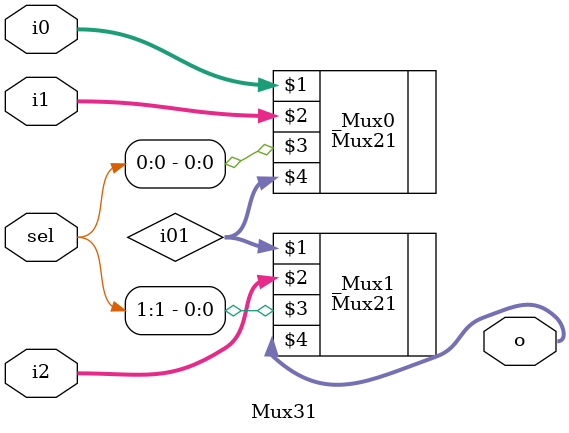
<source format=v>
/*
sel|o
---|--
 00|i0
 01|i1
 1x|i2
*/
module Mux31 #(
    parameter ELEN = 32
) (
    input [ELEN-1:0] i0,
    input [ELEN-1:0] i1,
    input [ELEN-1:0] i2,
    input [1:0] sel,
    output [ELEN-1:0] o
);
    wire [ELEN-1:0] i01;
    
    Mux21 #(.ELEN(ELEN)) _Mux0(i0, i1, sel[0], i01);
    Mux21 #(.ELEN(ELEN)) _Mux1(i01, i2, sel[1], o);
endmodule

</source>
